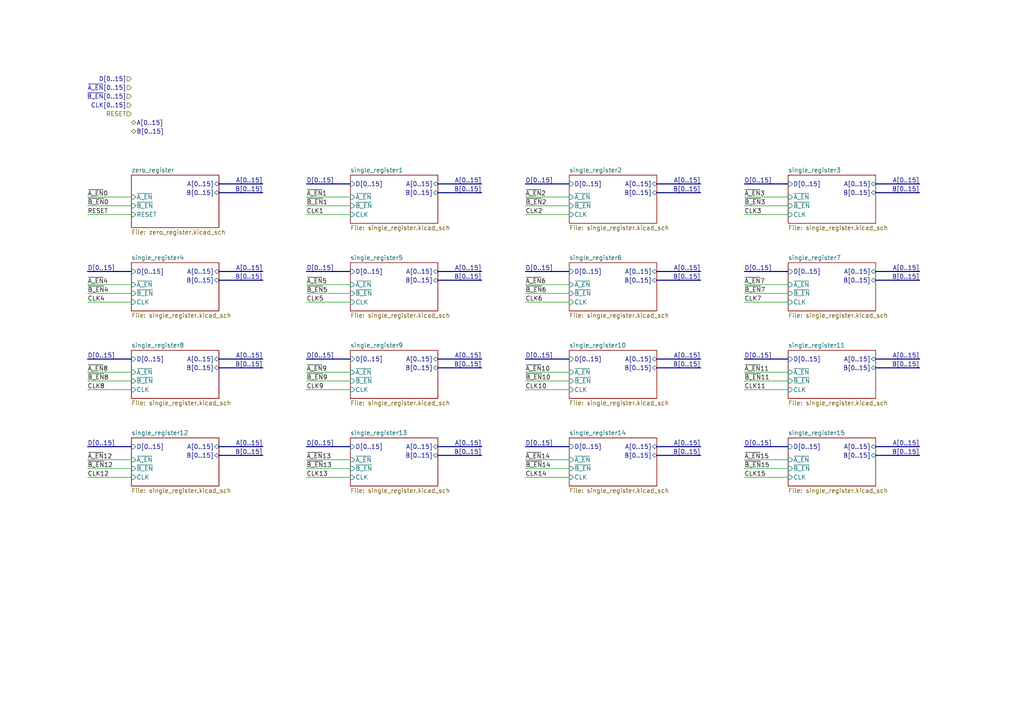
<source format=kicad_sch>
(kicad_sch
	(version 20250114)
	(generator "eeschema")
	(generator_version "9.0")
	(uuid "e0cc7255-cf06-4d35-b4c5-65c8bcbed69c")
	(paper "A4")
	(title_block
		(title "PickleRISC register board")
		(rev "1.0")
	)
	(lib_symbols)
	(wire
		(pts
			(xy 152.4 110.49) (xy 165.1 110.49)
		)
		(stroke
			(width 0)
			(type default)
		)
		(uuid "00460ee2-dc1f-48ae-a357-4c70075ebbeb")
	)
	(wire
		(pts
			(xy 88.9 133.35) (xy 101.6 133.35)
		)
		(stroke
			(width 0)
			(type default)
		)
		(uuid "03252645-1233-4802-b838-da7991da92b2")
	)
	(wire
		(pts
			(xy 25.4 62.23) (xy 38.1 62.23)
		)
		(stroke
			(width 0)
			(type default)
		)
		(uuid "0a0bcf81-936c-4c7e-967d-a5b4e93df72a")
	)
	(bus
		(pts
			(xy 127 81.28) (xy 139.7 81.28)
		)
		(stroke
			(width 0)
			(type default)
		)
		(uuid "0cfe60f7-3e61-4599-b1e7-96c59ffa97ce")
	)
	(bus
		(pts
			(xy 152.4 53.34) (xy 165.1 53.34)
		)
		(stroke
			(width 0)
			(type default)
		)
		(uuid "10bde9e3-99ad-4053-ab70-3dcaedaa2542")
	)
	(bus
		(pts
			(xy 190.5 132.08) (xy 203.2 132.08)
		)
		(stroke
			(width 0)
			(type default)
		)
		(uuid "158a75fe-55e1-464f-9430-a4d8dbf532fe")
	)
	(bus
		(pts
			(xy 254 53.34) (xy 266.7 53.34)
		)
		(stroke
			(width 0)
			(type default)
		)
		(uuid "15dbaf20-241d-4ede-8069-df49fe15d83f")
	)
	(bus
		(pts
			(xy 190.5 55.88) (xy 203.2 55.88)
		)
		(stroke
			(width 0)
			(type default)
		)
		(uuid "16c61419-c49e-4aa0-8a2c-66bf7202da4d")
	)
	(wire
		(pts
			(xy 88.9 62.23) (xy 101.6 62.23)
		)
		(stroke
			(width 0)
			(type default)
		)
		(uuid "16d03ffa-75fb-4252-bbff-4d7e7803f6e5")
	)
	(bus
		(pts
			(xy 63.5 104.14) (xy 76.2 104.14)
		)
		(stroke
			(width 0)
			(type default)
		)
		(uuid "18492c8c-978b-4c0f-ac00-effbfd85c337")
	)
	(wire
		(pts
			(xy 152.4 62.23) (xy 165.1 62.23)
		)
		(stroke
			(width 0)
			(type default)
		)
		(uuid "1d566e2b-f91b-4d81-a01a-6af551909e1d")
	)
	(wire
		(pts
			(xy 152.4 59.69) (xy 165.1 59.69)
		)
		(stroke
			(width 0)
			(type default)
		)
		(uuid "1d69d923-94e1-4fa7-bb75-f54cb28f75d7")
	)
	(wire
		(pts
			(xy 25.4 87.63) (xy 38.1 87.63)
		)
		(stroke
			(width 0)
			(type default)
		)
		(uuid "23310b69-9386-48e9-a7f9-0e75de571031")
	)
	(wire
		(pts
			(xy 152.4 113.03) (xy 165.1 113.03)
		)
		(stroke
			(width 0)
			(type default)
		)
		(uuid "23d7003b-4e2e-426e-9b92-38012e286264")
	)
	(wire
		(pts
			(xy 25.4 85.09) (xy 38.1 85.09)
		)
		(stroke
			(width 0)
			(type default)
		)
		(uuid "28216af7-676a-49b0-b3e1-ea17a5a0555f")
	)
	(wire
		(pts
			(xy 152.4 138.43) (xy 165.1 138.43)
		)
		(stroke
			(width 0)
			(type default)
		)
		(uuid "2be3d2cd-1ed0-40fd-868d-8e93516681a4")
	)
	(bus
		(pts
			(xy 190.5 53.34) (xy 203.2 53.34)
		)
		(stroke
			(width 0)
			(type default)
		)
		(uuid "2d5b06d3-957a-449b-afa7-c8e711fc9b55")
	)
	(bus
		(pts
			(xy 190.5 129.54) (xy 203.2 129.54)
		)
		(stroke
			(width 0)
			(type default)
		)
		(uuid "2d947b4a-b0dc-4ef0-bc31-de3bcf50cfe7")
	)
	(wire
		(pts
			(xy 152.4 87.63) (xy 165.1 87.63)
		)
		(stroke
			(width 0)
			(type default)
		)
		(uuid "3961e1c1-be36-4d5c-86a3-f360647e2459")
	)
	(bus
		(pts
			(xy 254 81.28) (xy 266.7 81.28)
		)
		(stroke
			(width 0)
			(type default)
		)
		(uuid "3a8ed40b-2b48-43d9-8feb-6b0ca7d19ef0")
	)
	(wire
		(pts
			(xy 88.9 135.89) (xy 101.6 135.89)
		)
		(stroke
			(width 0)
			(type default)
		)
		(uuid "3dc2a533-2a51-49df-af09-dda1bc97b93f")
	)
	(bus
		(pts
			(xy 88.9 104.14) (xy 101.6 104.14)
		)
		(stroke
			(width 0)
			(type default)
		)
		(uuid "3ff3a34e-d0f2-4442-a652-7c7c90878cba")
	)
	(bus
		(pts
			(xy 88.9 53.34) (xy 101.6 53.34)
		)
		(stroke
			(width 0)
			(type default)
		)
		(uuid "40f05e8f-c296-4bad-9370-1d48ea387c09")
	)
	(wire
		(pts
			(xy 215.9 113.03) (xy 228.6 113.03)
		)
		(stroke
			(width 0)
			(type default)
		)
		(uuid "4214918b-6088-46cf-af74-fb58cf481527")
	)
	(wire
		(pts
			(xy 215.9 62.23) (xy 228.6 62.23)
		)
		(stroke
			(width 0)
			(type default)
		)
		(uuid "4353c0f8-222a-4e70-b568-2b1e2169c316")
	)
	(wire
		(pts
			(xy 215.9 82.55) (xy 228.6 82.55)
		)
		(stroke
			(width 0)
			(type default)
		)
		(uuid "44a81ac2-ae42-4b0b-9c58-97b3c051a69b")
	)
	(bus
		(pts
			(xy 63.5 106.68) (xy 76.2 106.68)
		)
		(stroke
			(width 0)
			(type default)
		)
		(uuid "4645bcc1-0f89-4cd2-8b73-d54c7d727e3e")
	)
	(bus
		(pts
			(xy 127 132.08) (xy 139.7 132.08)
		)
		(stroke
			(width 0)
			(type default)
		)
		(uuid "46a081ec-1d0c-43d9-a601-119bb93539a2")
	)
	(bus
		(pts
			(xy 63.5 132.08) (xy 76.2 132.08)
		)
		(stroke
			(width 0)
			(type default)
		)
		(uuid "47ebcaa8-8cc9-487c-8960-bd986f1998f1")
	)
	(wire
		(pts
			(xy 25.4 133.35) (xy 38.1 133.35)
		)
		(stroke
			(width 0)
			(type default)
		)
		(uuid "4e67fe81-b5d5-49d1-811a-8a03bb59192d")
	)
	(bus
		(pts
			(xy 127 53.34) (xy 139.7 53.34)
		)
		(stroke
			(width 0)
			(type default)
		)
		(uuid "4f36b8f9-9143-43ee-bf33-dcf57db85102")
	)
	(bus
		(pts
			(xy 254 132.08) (xy 266.7 132.08)
		)
		(stroke
			(width 0)
			(type default)
		)
		(uuid "4f856bf1-d505-469e-abbb-98312cb90e7a")
	)
	(wire
		(pts
			(xy 25.4 113.03) (xy 38.1 113.03)
		)
		(stroke
			(width 0)
			(type default)
		)
		(uuid "50beabe0-0ff6-42b4-a47e-0681b23c5d76")
	)
	(wire
		(pts
			(xy 215.9 133.35) (xy 228.6 133.35)
		)
		(stroke
			(width 0)
			(type default)
		)
		(uuid "5140f87b-84af-452d-ad8f-350b64556d03")
	)
	(wire
		(pts
			(xy 88.9 113.03) (xy 101.6 113.03)
		)
		(stroke
			(width 0)
			(type default)
		)
		(uuid "548f02d0-7938-47ca-b995-2fea4fe82942")
	)
	(wire
		(pts
			(xy 88.9 138.43) (xy 101.6 138.43)
		)
		(stroke
			(width 0)
			(type default)
		)
		(uuid "5531f2c7-a365-4de1-9224-48f6b6059133")
	)
	(wire
		(pts
			(xy 152.4 135.89) (xy 165.1 135.89)
		)
		(stroke
			(width 0)
			(type default)
		)
		(uuid "575da195-eb20-4005-bd4c-23d1369d580e")
	)
	(wire
		(pts
			(xy 25.4 135.89) (xy 38.1 135.89)
		)
		(stroke
			(width 0)
			(type default)
		)
		(uuid "5b9bed82-420f-4a52-a408-eb2d127f31f3")
	)
	(bus
		(pts
			(xy 63.5 78.74) (xy 76.2 78.74)
		)
		(stroke
			(width 0)
			(type default)
		)
		(uuid "5c4d1982-f3a7-4e08-b16d-0ad21cf4b3e5")
	)
	(wire
		(pts
			(xy 88.9 85.09) (xy 101.6 85.09)
		)
		(stroke
			(width 0)
			(type default)
		)
		(uuid "5c4e36aa-6472-4138-ab5e-867675828e54")
	)
	(wire
		(pts
			(xy 88.9 57.15) (xy 101.6 57.15)
		)
		(stroke
			(width 0)
			(type default)
		)
		(uuid "6ac9414d-8b57-4f9c-aba4-c46a742e9771")
	)
	(wire
		(pts
			(xy 152.4 85.09) (xy 165.1 85.09)
		)
		(stroke
			(width 0)
			(type default)
		)
		(uuid "6b0b0e67-70d0-4d64-aac8-49361b76c6dd")
	)
	(wire
		(pts
			(xy 215.9 135.89) (xy 228.6 135.89)
		)
		(stroke
			(width 0)
			(type default)
		)
		(uuid "6cd8c500-cf91-4c56-a287-69dbf434dd99")
	)
	(bus
		(pts
			(xy 127 129.54) (xy 139.7 129.54)
		)
		(stroke
			(width 0)
			(type default)
		)
		(uuid "6ec73407-8547-462b-851d-fa780c5e1cc3")
	)
	(wire
		(pts
			(xy 25.4 110.49) (xy 38.1 110.49)
		)
		(stroke
			(width 0)
			(type default)
		)
		(uuid "716ea7d7-ee97-4970-896a-70a58f0ff9f2")
	)
	(wire
		(pts
			(xy 88.9 87.63) (xy 101.6 87.63)
		)
		(stroke
			(width 0)
			(type default)
		)
		(uuid "736b1cb3-babd-478d-8409-3e2eebe111a3")
	)
	(bus
		(pts
			(xy 215.9 53.34) (xy 228.6 53.34)
		)
		(stroke
			(width 0)
			(type default)
		)
		(uuid "785e9287-1288-4ad9-9cbb-2e92fe3b1157")
	)
	(bus
		(pts
			(xy 127 55.88) (xy 139.7 55.88)
		)
		(stroke
			(width 0)
			(type default)
		)
		(uuid "7ae0be6a-f997-4778-8097-ab61cf8b98ba")
	)
	(wire
		(pts
			(xy 215.9 57.15) (xy 228.6 57.15)
		)
		(stroke
			(width 0)
			(type default)
		)
		(uuid "7b5fbad0-2e09-408a-8a8e-51d5331284b5")
	)
	(bus
		(pts
			(xy 152.4 78.74) (xy 165.1 78.74)
		)
		(stroke
			(width 0)
			(type default)
		)
		(uuid "7c661c10-3c06-4ac3-acdd-bd6b2df1dfc7")
	)
	(bus
		(pts
			(xy 215.9 129.54) (xy 228.6 129.54)
		)
		(stroke
			(width 0)
			(type default)
		)
		(uuid "83db6e55-f7b9-4589-bc75-ddfbad149baa")
	)
	(wire
		(pts
			(xy 88.9 82.55) (xy 101.6 82.55)
		)
		(stroke
			(width 0)
			(type default)
		)
		(uuid "8b4a99a2-fdf1-492e-a136-50e9e91464f7")
	)
	(bus
		(pts
			(xy 63.5 129.54) (xy 76.2 129.54)
		)
		(stroke
			(width 0)
			(type default)
		)
		(uuid "8be9c9d5-feef-45ed-9908-d58cc3b38801")
	)
	(wire
		(pts
			(xy 215.9 110.49) (xy 228.6 110.49)
		)
		(stroke
			(width 0)
			(type default)
		)
		(uuid "9a4e1eaa-6905-43ef-8103-20b984df6929")
	)
	(wire
		(pts
			(xy 152.4 57.15) (xy 165.1 57.15)
		)
		(stroke
			(width 0)
			(type default)
		)
		(uuid "9ac49696-5a64-4fc2-a50f-312b54580c10")
	)
	(bus
		(pts
			(xy 254 78.74) (xy 266.7 78.74)
		)
		(stroke
			(width 0)
			(type default)
		)
		(uuid "9b8b212f-3f78-4a49-94e4-f76e7dce5c56")
	)
	(wire
		(pts
			(xy 152.4 82.55) (xy 165.1 82.55)
		)
		(stroke
			(width 0)
			(type default)
		)
		(uuid "9ec1afe1-a214-47a5-90c3-6a5993c1e264")
	)
	(bus
		(pts
			(xy 190.5 104.14) (xy 203.2 104.14)
		)
		(stroke
			(width 0)
			(type default)
		)
		(uuid "a49f6bdc-c2d3-4e9c-bb31-6c062861be96")
	)
	(bus
		(pts
			(xy 254 55.88) (xy 266.7 55.88)
		)
		(stroke
			(width 0)
			(type default)
		)
		(uuid "a4a0f63e-3102-4322-8d78-30b613952dfb")
	)
	(wire
		(pts
			(xy 215.9 59.69) (xy 228.6 59.69)
		)
		(stroke
			(width 0)
			(type default)
		)
		(uuid "a54d8f44-7512-493a-9c70-2f4b97fa4b35")
	)
	(wire
		(pts
			(xy 88.9 107.95) (xy 101.6 107.95)
		)
		(stroke
			(width 0)
			(type default)
		)
		(uuid "a674bb71-ebe6-4940-aa40-494e3f4e5c4c")
	)
	(wire
		(pts
			(xy 215.9 107.95) (xy 228.6 107.95)
		)
		(stroke
			(width 0)
			(type default)
		)
		(uuid "a77ac386-0ad8-4440-b272-f7b7ab808398")
	)
	(bus
		(pts
			(xy 63.5 81.28) (xy 76.2 81.28)
		)
		(stroke
			(width 0)
			(type default)
		)
		(uuid "aba7fa60-a563-4b56-8399-ca4ef641d52e")
	)
	(bus
		(pts
			(xy 152.4 104.14) (xy 165.1 104.14)
		)
		(stroke
			(width 0)
			(type default)
		)
		(uuid "abdd0609-8979-4094-9211-1640eeb9162d")
	)
	(wire
		(pts
			(xy 25.4 138.43) (xy 38.1 138.43)
		)
		(stroke
			(width 0)
			(type default)
		)
		(uuid "ad3e5434-77db-4f06-a9f6-9e79bcc2cc39")
	)
	(wire
		(pts
			(xy 215.9 87.63) (xy 228.6 87.63)
		)
		(stroke
			(width 0)
			(type default)
		)
		(uuid "af3bf27a-9e97-4743-892a-c6f9cab9cfb5")
	)
	(bus
		(pts
			(xy 215.9 78.74) (xy 228.6 78.74)
		)
		(stroke
			(width 0)
			(type default)
		)
		(uuid "b1241038-e724-414f-ad75-977226b67a49")
	)
	(wire
		(pts
			(xy 215.9 85.09) (xy 228.6 85.09)
		)
		(stroke
			(width 0)
			(type default)
		)
		(uuid "b4f6a658-761b-4b93-ba92-9cb7bd208eb3")
	)
	(bus
		(pts
			(xy 254 106.68) (xy 266.7 106.68)
		)
		(stroke
			(width 0)
			(type default)
		)
		(uuid "b61155b2-c9d4-4d1b-bd00-730de9477b40")
	)
	(wire
		(pts
			(xy 215.9 138.43) (xy 228.6 138.43)
		)
		(stroke
			(width 0)
			(type default)
		)
		(uuid "b9834afa-7193-448a-88f4-500e5b10a339")
	)
	(bus
		(pts
			(xy 88.9 129.54) (xy 101.6 129.54)
		)
		(stroke
			(width 0)
			(type default)
		)
		(uuid "bc0b9f8e-6412-4d63-8b5d-abcb537ef74e")
	)
	(bus
		(pts
			(xy 127 106.68) (xy 139.7 106.68)
		)
		(stroke
			(width 0)
			(type default)
		)
		(uuid "bd254219-2da5-45ce-b84c-3c0f292de57e")
	)
	(wire
		(pts
			(xy 152.4 133.35) (xy 165.1 133.35)
		)
		(stroke
			(width 0)
			(type default)
		)
		(uuid "bd34f3bc-0a77-4fa2-aa0b-5163e2a7d928")
	)
	(wire
		(pts
			(xy 25.4 59.69) (xy 38.1 59.69)
		)
		(stroke
			(width 0)
			(type default)
		)
		(uuid "bef8138e-5fde-4f4b-88d8-e97352fc3685")
	)
	(wire
		(pts
			(xy 25.4 107.95) (xy 38.1 107.95)
		)
		(stroke
			(width 0)
			(type default)
		)
		(uuid "c4ff63e5-af85-4d78-a626-16da5d956ccb")
	)
	(bus
		(pts
			(xy 152.4 129.54) (xy 165.1 129.54)
		)
		(stroke
			(width 0)
			(type default)
		)
		(uuid "cb9b8f99-8b03-44c0-8ce2-3be2b929d186")
	)
	(bus
		(pts
			(xy 127 104.14) (xy 139.7 104.14)
		)
		(stroke
			(width 0)
			(type default)
		)
		(uuid "cc045193-31e3-48a8-8bec-b6720d8a858c")
	)
	(wire
		(pts
			(xy 25.4 57.15) (xy 38.1 57.15)
		)
		(stroke
			(width 0)
			(type default)
		)
		(uuid "d25ed623-964c-4d22-ac1a-620284d078fa")
	)
	(wire
		(pts
			(xy 152.4 107.95) (xy 165.1 107.95)
		)
		(stroke
			(width 0)
			(type default)
		)
		(uuid "d405467e-a415-4691-8486-56b129351d4f")
	)
	(bus
		(pts
			(xy 127 78.74) (xy 139.7 78.74)
		)
		(stroke
			(width 0)
			(type default)
		)
		(uuid "dd093c75-ad5d-4ac1-a01d-f143737335cc")
	)
	(bus
		(pts
			(xy 254 104.14) (xy 266.7 104.14)
		)
		(stroke
			(width 0)
			(type default)
		)
		(uuid "e1ded945-5cd4-42ba-b7c3-12e1fd338b44")
	)
	(bus
		(pts
			(xy 190.5 106.68) (xy 203.2 106.68)
		)
		(stroke
			(width 0)
			(type default)
		)
		(uuid "e319d21c-479f-4717-b438-37b6cacbd8ee")
	)
	(bus
		(pts
			(xy 25.4 129.54) (xy 38.1 129.54)
		)
		(stroke
			(width 0)
			(type default)
		)
		(uuid "e4047fe2-af74-4435-96f2-7e48bc7e15d1")
	)
	(bus
		(pts
			(xy 63.5 53.34) (xy 76.2 53.34)
		)
		(stroke
			(width 0)
			(type default)
		)
		(uuid "e61aab3b-7d74-42dc-88d1-ff1c8f3c1df3")
	)
	(bus
		(pts
			(xy 63.5 55.88) (xy 76.2 55.88)
		)
		(stroke
			(width 0)
			(type default)
		)
		(uuid "e6af8c24-1a02-4452-ba13-47ef4deb037d")
	)
	(wire
		(pts
			(xy 88.9 59.69) (xy 101.6 59.69)
		)
		(stroke
			(width 0)
			(type default)
		)
		(uuid "ed72d768-6440-43c4-b16f-106b234b1ea7")
	)
	(bus
		(pts
			(xy 190.5 78.74) (xy 203.2 78.74)
		)
		(stroke
			(width 0)
			(type default)
		)
		(uuid "ef56c0a1-9f09-49a8-b069-b67d4da2b2bc")
	)
	(bus
		(pts
			(xy 25.4 104.14) (xy 38.1 104.14)
		)
		(stroke
			(width 0)
			(type default)
		)
		(uuid "ef85f24d-56bb-4963-8ae1-aff5edc254e5")
	)
	(bus
		(pts
			(xy 88.9 78.74) (xy 101.6 78.74)
		)
		(stroke
			(width 0)
			(type default)
		)
		(uuid "eff54e7a-260a-4b05-bb49-149600bf5430")
	)
	(bus
		(pts
			(xy 215.9 104.14) (xy 228.6 104.14)
		)
		(stroke
			(width 0)
			(type default)
		)
		(uuid "f1187e33-a1e0-4bd4-92e7-721c2ee0a573")
	)
	(bus
		(pts
			(xy 190.5 81.28) (xy 203.2 81.28)
		)
		(stroke
			(width 0)
			(type default)
		)
		(uuid "f16a42d6-6b4a-4626-a2b7-88504e7e5988")
	)
	(wire
		(pts
			(xy 88.9 110.49) (xy 101.6 110.49)
		)
		(stroke
			(width 0)
			(type default)
		)
		(uuid "f49250bd-45d8-4a99-b088-270f7c97fc9a")
	)
	(bus
		(pts
			(xy 254 129.54) (xy 266.7 129.54)
		)
		(stroke
			(width 0)
			(type default)
		)
		(uuid "f96e969d-ddbe-4d28-9a66-b7aef62a059d")
	)
	(wire
		(pts
			(xy 25.4 82.55) (xy 38.1 82.55)
		)
		(stroke
			(width 0)
			(type default)
		)
		(uuid "fa545b24-d212-4ada-9b3e-ac9a9708a791")
	)
	(bus
		(pts
			(xy 25.4 78.74) (xy 38.1 78.74)
		)
		(stroke
			(width 0)
			(type default)
		)
		(uuid "faff1303-adab-49c6-859a-42e20b1357e7")
	)
	(label "D[0..15]"
		(at 152.4 78.74 0)
		(effects
			(font
				(size 1.27 1.27)
			)
			(justify left bottom)
		)
		(uuid "0392f596-9257-4d26-a1c8-bef6299670ba")
	)
	(label "CLK8"
		(at 25.4 113.03 0)
		(effects
			(font
				(size 1.27 1.27)
			)
			(justify left bottom)
		)
		(uuid "0466f214-fc79-455d-9f09-fde9f913b1e1")
	)
	(label "CLK5"
		(at 88.9 87.63 0)
		(effects
			(font
				(size 1.27 1.27)
			)
			(justify left bottom)
		)
		(uuid "058f8826-61aa-4dc7-b779-4e2c3e3eec18")
	)
	(label "~{B_EN}5"
		(at 88.9 85.09 0)
		(effects
			(font
				(size 1.27 1.27)
			)
			(justify left bottom)
		)
		(uuid "07f8dbb9-c343-4dd0-a0e6-871748352d39")
	)
	(label "~{A_EN}5"
		(at 88.9 82.55 0)
		(effects
			(font
				(size 1.27 1.27)
			)
			(justify left bottom)
		)
		(uuid "088161ae-90e8-4d4d-9170-7cf9fe01f112")
	)
	(label "A[0..15]"
		(at 139.7 129.54 180)
		(effects
			(font
				(size 1.27 1.27)
			)
			(justify right bottom)
		)
		(uuid "131153f1-ff19-4403-b2eb-6b225818bcd6")
	)
	(label "B[0..15]"
		(at 76.2 132.08 180)
		(effects
			(font
				(size 1.27 1.27)
			)
			(justify right bottom)
		)
		(uuid "1c7ea904-086f-444b-b519-8e6b1b1a8b1e")
	)
	(label "CLK11"
		(at 215.9 113.03 0)
		(effects
			(font
				(size 1.27 1.27)
			)
			(justify left bottom)
		)
		(uuid "1e76e82a-27d9-4427-9dcc-d2b0ae6405ca")
	)
	(label "A[0..15]"
		(at 203.2 53.34 180)
		(effects
			(font
				(size 1.27 1.27)
			)
			(justify right bottom)
		)
		(uuid "1f24f3be-8c0c-428b-8a02-9469ecddc08d")
	)
	(label "~{A_EN}1"
		(at 88.9 57.15 0)
		(effects
			(font
				(size 1.27 1.27)
			)
			(justify left bottom)
		)
		(uuid "209727e5-59ab-4486-9eb4-4714d28fe913")
	)
	(label "~{B_EN}0"
		(at 25.4 59.69 0)
		(effects
			(font
				(size 1.27 1.27)
			)
			(justify left bottom)
		)
		(uuid "219a4b59-9119-4b4c-a5cf-5f74e8147e45")
	)
	(label "~{B_EN}10"
		(at 152.4 110.49 0)
		(effects
			(font
				(size 1.27 1.27)
			)
			(justify left bottom)
		)
		(uuid "2375eac8-b609-490d-bcc4-99d345ad1acd")
	)
	(label "CLK15"
		(at 215.9 138.43 0)
		(effects
			(font
				(size 1.27 1.27)
			)
			(justify left bottom)
		)
		(uuid "24decbf6-b9e9-4010-a113-75aa7fb46767")
	)
	(label "B[0..15]"
		(at 203.2 55.88 180)
		(effects
			(font
				(size 1.27 1.27)
			)
			(justify right bottom)
		)
		(uuid "26d6c1b5-1f87-4064-81c6-436303b3994f")
	)
	(label "D[0..15]"
		(at 215.9 53.34 0)
		(effects
			(font
				(size 1.27 1.27)
			)
			(justify left bottom)
		)
		(uuid "2cef6926-012f-4218-a2af-8fb7ad5f9d95")
	)
	(label "~{B_EN}9"
		(at 88.9 110.49 0)
		(effects
			(font
				(size 1.27 1.27)
			)
			(justify left bottom)
		)
		(uuid "3097a3df-f2cd-4611-9ffb-96b97a5e2441")
	)
	(label "B[0..15]"
		(at 266.7 55.88 180)
		(effects
			(font
				(size 1.27 1.27)
			)
			(justify right bottom)
		)
		(uuid "33b4497a-f395-4399-b997-d349fa609c80")
	)
	(label "A[0..15]"
		(at 76.2 104.14 180)
		(effects
			(font
				(size 1.27 1.27)
			)
			(justify right bottom)
		)
		(uuid "3418f802-44fb-4526-a8d5-2fcf5e5d9eef")
	)
	(label "~{B_EN}4"
		(at 25.4 85.09 0)
		(effects
			(font
				(size 1.27 1.27)
			)
			(justify left bottom)
		)
		(uuid "34c17e7f-2b81-483d-9ab9-4a27c0b31b1b")
	)
	(label "~{A_EN}12"
		(at 25.4 133.35 0)
		(effects
			(font
				(size 1.27 1.27)
			)
			(justify left bottom)
		)
		(uuid "351e8bb8-9932-4fec-a3b8-556b652e4a4d")
	)
	(label "~{B_EN}13"
		(at 88.9 135.89 0)
		(effects
			(font
				(size 1.27 1.27)
			)
			(justify left bottom)
		)
		(uuid "3b8fbf86-8b41-4ff1-9139-e0ca3ab7e47f")
	)
	(label "~{B_EN}2"
		(at 152.4 59.69 0)
		(effects
			(font
				(size 1.27 1.27)
			)
			(justify left bottom)
		)
		(uuid "3c08ce01-2fd2-493b-bbc5-ccfa829d6983")
	)
	(label "A[0..15]"
		(at 266.7 104.14 180)
		(effects
			(font
				(size 1.27 1.27)
			)
			(justify right bottom)
		)
		(uuid "3cc0cc9f-b084-448b-a011-6e61ee2b60f8")
	)
	(label "A[0..15]"
		(at 203.2 78.74 180)
		(effects
			(font
				(size 1.27 1.27)
			)
			(justify right bottom)
		)
		(uuid "44cec19b-4d36-4a05-9d8d-a8c495599d6d")
	)
	(label "D[0..15]"
		(at 88.9 129.54 0)
		(effects
			(font
				(size 1.27 1.27)
			)
			(justify left bottom)
		)
		(uuid "451edcd8-116c-42cf-bbbc-d29417b6c589")
	)
	(label "~{A_EN}4"
		(at 25.4 82.55 0)
		(effects
			(font
				(size 1.27 1.27)
			)
			(justify left bottom)
		)
		(uuid "467c6fa5-58c0-4b52-91d1-3bf940216f83")
	)
	(label "RESET"
		(at 25.4 62.23 0)
		(effects
			(font
				(size 1.27 1.27)
			)
			(justify left bottom)
		)
		(uuid "46be977f-2283-42a5-970e-6dfecd9ad8af")
	)
	(label "~{B_EN}15"
		(at 215.9 135.89 0)
		(effects
			(font
				(size 1.27 1.27)
			)
			(justify left bottom)
		)
		(uuid "4756cf61-549d-43ca-9b86-e68e4341e4c2")
	)
	(label "CLK7"
		(at 215.9 87.63 0)
		(effects
			(font
				(size 1.27 1.27)
			)
			(justify left bottom)
		)
		(uuid "475bc925-bd52-47e4-bdb7-fa9b71ff33c6")
	)
	(label "B[0..15]"
		(at 76.2 81.28 180)
		(effects
			(font
				(size 1.27 1.27)
			)
			(justify right bottom)
		)
		(uuid "4ac97ebc-cad6-43d6-852c-94945d98bdc0")
	)
	(label "~{A_EN}6"
		(at 152.4 82.55 0)
		(effects
			(font
				(size 1.27 1.27)
			)
			(justify left bottom)
		)
		(uuid "4af32a0d-05cc-4fe0-be5e-a494a94cde3b")
	)
	(label "D[0..15]"
		(at 88.9 53.34 0)
		(effects
			(font
				(size 1.27 1.27)
			)
			(justify left bottom)
		)
		(uuid "524d8243-0795-4278-a30b-8ac78b1550f4")
	)
	(label "CLK3"
		(at 215.9 62.23 0)
		(effects
			(font
				(size 1.27 1.27)
			)
			(justify left bottom)
		)
		(uuid "52e18d9a-b73e-4691-91c2-785523d05adc")
	)
	(label "D[0..15]"
		(at 215.9 78.74 0)
		(effects
			(font
				(size 1.27 1.27)
			)
			(justify left bottom)
		)
		(uuid "58861bbc-2cca-4325-9c92-5ec0ce36c14e")
	)
	(label "A[0..15]"
		(at 139.7 53.34 180)
		(effects
			(font
				(size 1.27 1.27)
			)
			(justify right bottom)
		)
		(uuid "58a04549-b61b-48f5-b869-9c72ceeaec13")
	)
	(label "B[0..15]"
		(at 76.2 106.68 180)
		(effects
			(font
				(size 1.27 1.27)
			)
			(justify right bottom)
		)
		(uuid "59f9a9cd-c884-4b60-8d32-08ed384a77b1")
	)
	(label "A[0..15]"
		(at 203.2 129.54 180)
		(effects
			(font
				(size 1.27 1.27)
			)
			(justify right bottom)
		)
		(uuid "5cff27db-c5a9-4692-ab76-6aa816ae19f0")
	)
	(label "D[0..15]"
		(at 215.9 104.14 0)
		(effects
			(font
				(size 1.27 1.27)
			)
			(justify left bottom)
		)
		(uuid "5fd0c470-9aef-48e8-a3f1-1408ead19f2f")
	)
	(label "A[0..15]"
		(at 266.7 78.74 180)
		(effects
			(font
				(size 1.27 1.27)
			)
			(justify right bottom)
		)
		(uuid "6274cde0-9d72-4bde-b510-b89a9f578a88")
	)
	(label "B[0..15]"
		(at 139.7 55.88 180)
		(effects
			(font
				(size 1.27 1.27)
			)
			(justify right bottom)
		)
		(uuid "630cf7b6-8f8a-47ce-bb9c-7e5942179efa")
	)
	(label "D[0..15]"
		(at 152.4 53.34 0)
		(effects
			(font
				(size 1.27 1.27)
			)
			(justify left bottom)
		)
		(uuid "6b4e0615-94c7-45b1-afbb-139359ebc436")
	)
	(label "B[0..15]"
		(at 266.7 81.28 180)
		(effects
			(font
				(size 1.27 1.27)
			)
			(justify right bottom)
		)
		(uuid "6c28138b-0a2d-46b2-b5fb-a71e2c598a90")
	)
	(label "A[0..15]"
		(at 139.7 104.14 180)
		(effects
			(font
				(size 1.27 1.27)
			)
			(justify right bottom)
		)
		(uuid "6e620e69-30be-4860-91a7-9fb99f22d184")
	)
	(label "~{B_EN}1"
		(at 88.9 59.69 0)
		(effects
			(font
				(size 1.27 1.27)
			)
			(justify left bottom)
		)
		(uuid "70306d9b-0c6f-4de2-b283-427a9d8ab82c")
	)
	(label "~{B_EN}6"
		(at 152.4 85.09 0)
		(effects
			(font
				(size 1.27 1.27)
			)
			(justify left bottom)
		)
		(uuid "751a7397-b484-4717-8153-815361997b52")
	)
	(label "CLK1"
		(at 88.9 62.23 0)
		(effects
			(font
				(size 1.27 1.27)
			)
			(justify left bottom)
		)
		(uuid "798c489b-24ae-4c29-bdf3-8f04bbae63ea")
	)
	(label "CLK4"
		(at 25.4 87.63 0)
		(effects
			(font
				(size 1.27 1.27)
			)
			(justify left bottom)
		)
		(uuid "7b388bcf-8168-4b86-af4f-a39d9bcb0c36")
	)
	(label "CLK13"
		(at 88.9 138.43 0)
		(effects
			(font
				(size 1.27 1.27)
			)
			(justify left bottom)
		)
		(uuid "80eeb98c-f768-45cb-b356-ebaa9022447c")
	)
	(label "B[0..15]"
		(at 76.2 55.88 180)
		(effects
			(font
				(size 1.27 1.27)
			)
			(justify right bottom)
		)
		(uuid "83a9c6b0-5a00-4aff-83c0-aafbd445453e")
	)
	(label "~{A_EN}0"
		(at 25.4 57.15 0)
		(effects
			(font
				(size 1.27 1.27)
			)
			(justify left bottom)
		)
		(uuid "841f0fbb-dc44-4f0c-86f5-403580e1d3ed")
	)
	(label "~{A_EN}13"
		(at 88.9 133.35 0)
		(effects
			(font
				(size 1.27 1.27)
			)
			(justify left bottom)
		)
		(uuid "85c4ad84-47f5-4f80-8350-b3af56f5bfba")
	)
	(label "CLK12"
		(at 25.4 138.43 0)
		(effects
			(font
				(size 1.27 1.27)
			)
			(justify left bottom)
		)
		(uuid "86bf70f9-2ac6-40b1-8fbc-1ef81002c8cb")
	)
	(label "D[0..15]"
		(at 25.4 104.14 0)
		(effects
			(font
				(size 1.27 1.27)
			)
			(justify left bottom)
		)
		(uuid "8bbba135-2a3c-4890-981b-ebbff08ef78d")
	)
	(label "B[0..15]"
		(at 139.7 81.28 180)
		(effects
			(font
				(size 1.27 1.27)
			)
			(justify right bottom)
		)
		(uuid "95377cb0-6667-4c36-9d65-7747be598483")
	)
	(label "CLK14"
		(at 152.4 138.43 0)
		(effects
			(font
				(size 1.27 1.27)
			)
			(justify left bottom)
		)
		(uuid "95ffec9e-38bb-471f-9c2f-d995fce944df")
	)
	(label "~{B_EN}11"
		(at 215.9 110.49 0)
		(effects
			(font
				(size 1.27 1.27)
			)
			(justify left bottom)
		)
		(uuid "9d8b632e-3420-4fc9-9426-5514c51e393c")
	)
	(label "A[0..15]"
		(at 266.7 129.54 180)
		(effects
			(font
				(size 1.27 1.27)
			)
			(justify right bottom)
		)
		(uuid "9db0b2b4-c650-4254-b190-9c2aa1811cfe")
	)
	(label "~{A_EN}15"
		(at 215.9 133.35 0)
		(effects
			(font
				(size 1.27 1.27)
			)
			(justify left bottom)
		)
		(uuid "9e3a4917-8de9-43e0-a6eb-6d85263258aa")
	)
	(label "D[0..15]"
		(at 88.9 104.14 0)
		(effects
			(font
				(size 1.27 1.27)
			)
			(justify left bottom)
		)
		(uuid "a054c9a0-64bd-4394-90f8-80c8e9efb543")
	)
	(label "D[0..15]"
		(at 25.4 78.74 0)
		(effects
			(font
				(size 1.27 1.27)
			)
			(justify left bottom)
		)
		(uuid "a1ea3102-361b-47c2-942b-fb89da7324fa")
	)
	(label "B[0..15]"
		(at 266.7 106.68 180)
		(effects
			(font
				(size 1.27 1.27)
			)
			(justify right bottom)
		)
		(uuid "a3b7e99e-a72f-4b12-853c-bfd320545e32")
	)
	(label "A[0..15]"
		(at 76.2 129.54 180)
		(effects
			(font
				(size 1.27 1.27)
			)
			(justify right bottom)
		)
		(uuid "a400995b-4871-4378-b80b-fb5bf4f29100")
	)
	(label "A[0..15]"
		(at 76.2 53.34 180)
		(effects
			(font
				(size 1.27 1.27)
			)
			(justify right bottom)
		)
		(uuid "aa0a890e-5c96-40ac-9cdf-48fba690eb8a")
	)
	(label "~{A_EN}7"
		(at 215.9 82.55 0)
		(effects
			(font
				(size 1.27 1.27)
			)
			(justify left bottom)
		)
		(uuid "af51fdd8-179f-482d-8d2b-6e8246fcde74")
	)
	(label "D[0..15]"
		(at 88.9 78.74 0)
		(effects
			(font
				(size 1.27 1.27)
			)
			(justify left bottom)
		)
		(uuid "b08b7851-26a4-49d5-8d1e-c09bd6f2c6b0")
	)
	(label "CLK9"
		(at 88.9 113.03 0)
		(effects
			(font
				(size 1.27 1.27)
			)
			(justify left bottom)
		)
		(uuid "b3d32a30-71f0-4f59-8eb8-7a1df9681ed0")
	)
	(label "B[0..15]"
		(at 266.7 132.08 180)
		(effects
			(font
				(size 1.27 1.27)
			)
			(justify right bottom)
		)
		(uuid "b4d45e22-120a-432c-9430-40bf87606d19")
	)
	(label "D[0..15]"
		(at 215.9 129.54 0)
		(effects
			(font
				(size 1.27 1.27)
			)
			(justify left bottom)
		)
		(uuid "b6014d18-9d1f-454f-8a2e-9ffb659121b6")
	)
	(label "CLK2"
		(at 152.4 62.23 0)
		(effects
			(font
				(size 1.27 1.27)
			)
			(justify left bottom)
		)
		(uuid "ba1fb6a7-cf7f-436b-9fd3-5aefacf75f9d")
	)
	(label "A[0..15]"
		(at 203.2 104.14 180)
		(effects
			(font
				(size 1.27 1.27)
			)
			(justify right bottom)
		)
		(uuid "bc0fa177-6736-41a9-88ea-60288a190070")
	)
	(label "CLK6"
		(at 152.4 87.63 0)
		(effects
			(font
				(size 1.27 1.27)
			)
			(justify left bottom)
		)
		(uuid "bc426037-df9f-485a-abe7-460a6fb00909")
	)
	(label "D[0..15]"
		(at 152.4 129.54 0)
		(effects
			(font
				(size 1.27 1.27)
			)
			(justify left bottom)
		)
		(uuid "be3905c0-841b-4e3e-9d80-88d81a6e2143")
	)
	(label "~{B_EN}14"
		(at 152.4 135.89 0)
		(effects
			(font
				(size 1.27 1.27)
			)
			(justify left bottom)
		)
		(uuid "c1380641-4610-4fb0-a496-20ac31c977f9")
	)
	(label "B[0..15]"
		(at 203.2 132.08 180)
		(effects
			(font
				(size 1.27 1.27)
			)
			(justify right bottom)
		)
		(uuid "c14741ab-26da-4f9c-9d06-cc11c2f7dbf0")
	)
	(label "A[0..15]"
		(at 139.7 78.74 180)
		(effects
			(font
				(size 1.27 1.27)
			)
			(justify right bottom)
		)
		(uuid "c8395f96-2850-4832-b78c-11b6f33bd366")
	)
	(label "~{B_EN}3"
		(at 215.9 59.69 0)
		(effects
			(font
				(size 1.27 1.27)
			)
			(justify left bottom)
		)
		(uuid "c99e55a5-4b0b-4ae8-aea6-6165713b23cd")
	)
	(label "~{A_EN}8"
		(at 25.4 107.95 0)
		(effects
			(font
				(size 1.27 1.27)
			)
			(justify left bottom)
		)
		(uuid "cc08e06d-a23f-4bce-877f-489aac1dd333")
	)
	(label "CLK10"
		(at 152.4 113.03 0)
		(effects
			(font
				(size 1.27 1.27)
			)
			(justify left bottom)
		)
		(uuid "cf786bcc-22ea-4a0d-bfd4-41e15b5b1ce0")
	)
	(label "~{A_EN}10"
		(at 152.4 107.95 0)
		(effects
			(font
				(size 1.27 1.27)
			)
			(justify left bottom)
		)
		(uuid "d1ab81a7-9143-40f8-93b8-281f3c2d9996")
	)
	(label "~{B_EN}8"
		(at 25.4 110.49 0)
		(effects
			(font
				(size 1.27 1.27)
			)
			(justify left bottom)
		)
		(uuid "d1c51f58-1185-4cbf-84a9-f6420ad2d10a")
	)
	(label "D[0..15]"
		(at 152.4 104.14 0)
		(effects
			(font
				(size 1.27 1.27)
			)
			(justify left bottom)
		)
		(uuid "dc2fcc09-8e92-4421-911a-dfa3fc3ccc5f")
	)
	(label "B[0..15]"
		(at 203.2 81.28 180)
		(effects
			(font
				(size 1.27 1.27)
			)
			(justify right bottom)
		)
		(uuid "dc58f52a-bf29-41c4-9203-28775c605d5a")
	)
	(label "~{A_EN}9"
		(at 88.9 107.95 0)
		(effects
			(font
				(size 1.27 1.27)
			)
			(justify left bottom)
		)
		(uuid "dc6c8200-d50b-4163-8892-e61fa6389fb8")
	)
	(label "B[0..15]"
		(at 139.7 132.08 180)
		(effects
			(font
				(size 1.27 1.27)
			)
			(justify right bottom)
		)
		(uuid "e4f25f3d-70c5-445b-b149-f4c74d4900c9")
	)
	(label "D[0..15]"
		(at 25.4 129.54 0)
		(effects
			(font
				(size 1.27 1.27)
			)
			(justify left bottom)
		)
		(uuid "e4f6de0d-072c-4f01-91d3-05ef2235d0c7")
	)
	(label "~{A_EN}11"
		(at 215.9 107.95 0)
		(effects
			(font
				(size 1.27 1.27)
			)
			(justify left bottom)
		)
		(uuid "e5823d86-3cc4-4242-b0f0-f0706a982050")
	)
	(label "~{A_EN}3"
		(at 215.9 57.15 0)
		(effects
			(font
				(size 1.27 1.27)
			)
			(justify left bottom)
		)
		(uuid "ec088c8d-86c9-47a3-b9c6-612244b53d9e")
	)
	(label "B[0..15]"
		(at 203.2 106.68 180)
		(effects
			(font
				(size 1.27 1.27)
			)
			(justify right bottom)
		)
		(uuid "ec7db6c4-f784-4338-aac9-4a4ff7ca8d05")
	)
	(label "~{A_EN}2"
		(at 152.4 57.15 0)
		(effects
			(font
				(size 1.27 1.27)
			)
			(justify left bottom)
		)
		(uuid "eeb83658-ccec-446b-b44a-2bf164c111f2")
	)
	(label "A[0..15]"
		(at 76.2 78.74 180)
		(effects
			(font
				(size 1.27 1.27)
			)
			(justify right bottom)
		)
		(uuid "ef7f0d4f-c641-4423-8649-71939c7ca3ba")
	)
	(label "~{B_EN}12"
		(at 25.4 135.89 0)
		(effects
			(font
				(size 1.27 1.27)
			)
			(justify left bottom)
		)
		(uuid "f090726c-ce19-43c4-91a5-72e555855df8")
	)
	(label "~{A_EN}14"
		(at 152.4 133.35 0)
		(effects
			(font
				(size 1.27 1.27)
			)
			(justify left bottom)
		)
		(uuid "f1a6c228-9127-4e23-969c-aee3d19603bb")
	)
	(label "B[0..15]"
		(at 139.7 106.68 180)
		(effects
			(font
				(size 1.27 1.27)
			)
			(justify right bottom)
		)
		(uuid "f54d8b20-fe80-4df3-a62d-14b5e4299f13")
	)
	(label "A[0..15]"
		(at 266.7 53.34 180)
		(effects
			(font
				(size 1.27 1.27)
			)
			(justify right bottom)
		)
		(uuid "f974e30e-d8b1-4eb0-86da-460495536b9d")
	)
	(label "~{B_EN}7"
		(at 215.9 85.09 0)
		(effects
			(font
				(size 1.27 1.27)
			)
			(justify left bottom)
		)
		(uuid "fd4f8214-6aef-4dbe-895d-0cce5ff13b4a")
	)
	(hierarchical_label "~{B_EN}[0..15]"
		(shape input)
		(at 38.1 27.94 180)
		(effects
			(font
				(size 1.27 1.27)
			)
			(justify right)
		)
		(uuid "0738c4fe-bca3-46f3-bd6c-0c663e7b8402")
	)
	(hierarchical_label "~{A_EN}[0..15]"
		(shape input)
		(at 38.1 25.4 180)
		(effects
			(font
				(size 1.27 1.27)
			)
			(justify right)
		)
		(uuid "1bcf3976-d0da-4488-b18f-db456f328141")
	)
	(hierarchical_label "CLK[0..15]"
		(shape input)
		(at 38.1 30.48 180)
		(effects
			(font
				(size 1.27 1.27)
			)
			(justify right)
		)
		(uuid "339a4278-aef2-4a94-8e32-309733d255b1")
	)
	(hierarchical_label "D[0..15]"
		(shape input)
		(at 38.1 22.86 180)
		(effects
			(font
				(size 1.27 1.27)
			)
			(justify right)
		)
		(uuid "3921e769-31aa-44e8-a3da-7a3604b2d6e3")
	)
	(hierarchical_label "A[0..15]"
		(shape tri_state)
		(at 38.1 35.56 0)
		(effects
			(font
				(size 1.27 1.27)
			)
			(justify left)
		)
		(uuid "3d1f094d-ebd4-4997-994f-1af55a8b05ac")
	)
	(hierarchical_label "RESET"
		(shape input)
		(at 38.1 33.02 180)
		(effects
			(font
				(size 1.27 1.27)
			)
			(justify right)
		)
		(uuid "3da88bad-1a90-415f-b42d-a94a76d46159")
	)
	(hierarchical_label "B[0..15]"
		(shape tri_state)
		(at 38.1 38.1 0)
		(effects
			(font
				(size 1.27 1.27)
			)
			(justify left)
		)
		(uuid "cf333e6b-7ec9-485a-a5a7-2c7f1504e7f6")
	)
	(sheet
		(at 101.6 101.6)
		(size 25.4 13.97)
		(exclude_from_sim no)
		(in_bom yes)
		(on_board yes)
		(dnp no)
		(fields_autoplaced yes)
		(stroke
			(width 0.1524)
			(type solid)
		)
		(fill
			(color 0 0 0 0.0000)
		)
		(uuid "0a7884b9-80e8-478b-bbbb-f9ff9ea3b9b8")
		(property "Sheetname" "single_register9"
			(at 101.6 100.8884 0)
			(effects
				(font
					(size 1.27 1.27)
				)
				(justify left bottom)
			)
		)
		(property "Sheetfile" "single_register.kicad_sch"
			(at 101.6 116.1546 0)
			(effects
				(font
					(size 1.27 1.27)
				)
				(justify left top)
			)
		)
		(pin "A[0..15]" tri_state
			(at 127 104.14 0)
			(uuid "84afa406-6c32-415b-b2d1-85e70a74c600")
			(effects
				(font
					(size 1.27 1.27)
				)
				(justify right)
			)
		)
		(pin "B[0..15]" tri_state
			(at 127 106.68 0)
			(uuid "1d702546-6a60-4f41-840a-17ecb9d583bf")
			(effects
				(font
					(size 1.27 1.27)
				)
				(justify right)
			)
		)
		(pin "CLK" input
			(at 101.6 113.03 180)
			(uuid "f498e46f-6b95-4474-a949-e487a73cebd0")
			(effects
				(font
					(size 1.27 1.27)
				)
				(justify left)
			)
		)
		(pin "D[0..15]" input
			(at 101.6 104.14 180)
			(uuid "e3d13369-bbaa-48c4-a7ed-24d75688da2f")
			(effects
				(font
					(size 1.27 1.27)
				)
				(justify left)
			)
		)
		(pin "~{A_EN}" input
			(at 101.6 107.95 180)
			(uuid "800be12f-2a07-46ad-b1e3-f36e32b55e80")
			(effects
				(font
					(size 1.27 1.27)
				)
				(justify left)
			)
		)
		(pin "~{B_EN}" input
			(at 101.6 110.49 180)
			(uuid "02c6005d-935d-4585-8ddb-79658aba345b")
			(effects
				(font
					(size 1.27 1.27)
				)
				(justify left)
			)
		)
		(instances
			(project "register_board"
				(path "/6e7dc125-93ef-4edf-a411-f762e8b48a80/df2556f8-0ee4-4861-8ff6-e99706f0a2f9"
					(page "31")
				)
			)
		)
	)
	(sheet
		(at 101.6 76.2)
		(size 25.4 13.97)
		(exclude_from_sim no)
		(in_bom yes)
		(on_board yes)
		(dnp no)
		(fields_autoplaced yes)
		(stroke
			(width 0.1524)
			(type solid)
		)
		(fill
			(color 0 0 0 0.0000)
		)
		(uuid "0e4eeff0-c977-48c4-9683-dd71c5cd0cb3")
		(property "Sheetname" "single_register5"
			(at 101.6 75.4884 0)
			(effects
				(font
					(size 1.27 1.27)
				)
				(justify left bottom)
			)
		)
		(property "Sheetfile" "single_register.kicad_sch"
			(at 101.6 90.7546 0)
			(effects
				(font
					(size 1.27 1.27)
				)
				(justify left top)
			)
		)
		(pin "A[0..15]" tri_state
			(at 127 78.74 0)
			(uuid "3c062de0-3a68-44a3-9ac9-f4d1b8392b94")
			(effects
				(font
					(size 1.27 1.27)
				)
				(justify right)
			)
		)
		(pin "B[0..15]" tri_state
			(at 127 81.28 0)
			(uuid "82efb143-abb8-43e3-a5fc-7c6c095079ba")
			(effects
				(font
					(size 1.27 1.27)
				)
				(justify right)
			)
		)
		(pin "CLK" input
			(at 101.6 87.63 180)
			(uuid "7fd42205-279e-4092-a5a5-8dd95c92ea90")
			(effects
				(font
					(size 1.27 1.27)
				)
				(justify left)
			)
		)
		(pin "D[0..15]" input
			(at 101.6 78.74 180)
			(uuid "51b1596f-56e1-4a35-b8c4-07a2a03f7456")
			(effects
				(font
					(size 1.27 1.27)
				)
				(justify left)
			)
		)
		(pin "~{A_EN}" input
			(at 101.6 82.55 180)
			(uuid "95c52816-b643-4e54-9c42-838f70780c43")
			(effects
				(font
					(size 1.27 1.27)
				)
				(justify left)
			)
		)
		(pin "~{B_EN}" input
			(at 101.6 85.09 180)
			(uuid "9200de92-c26b-49fe-b2f1-dbb9f44b62ed")
			(effects
				(font
					(size 1.27 1.27)
				)
				(justify left)
			)
		)
		(instances
			(project "register_board"
				(path "/6e7dc125-93ef-4edf-a411-f762e8b48a80/df2556f8-0ee4-4861-8ff6-e99706f0a2f9"
					(page "19")
				)
			)
		)
	)
	(sheet
		(at 228.6 76.2)
		(size 25.4 13.97)
		(exclude_from_sim no)
		(in_bom yes)
		(on_board yes)
		(dnp no)
		(fields_autoplaced yes)
		(stroke
			(width 0.1524)
			(type solid)
		)
		(fill
			(color 0 0 0 0.0000)
		)
		(uuid "12021e0d-d056-4a88-92ca-4a246654d381")
		(property "Sheetname" "single_register7"
			(at 228.6 75.4884 0)
			(effects
				(font
					(size 1.27 1.27)
				)
				(justify left bottom)
			)
		)
		(property "Sheetfile" "single_register.kicad_sch"
			(at 228.6 90.7546 0)
			(effects
				(font
					(size 1.27 1.27)
				)
				(justify left top)
			)
		)
		(pin "A[0..15]" tri_state
			(at 254 78.74 0)
			(uuid "2702f2e2-ce98-4648-b0d4-64b7a378b731")
			(effects
				(font
					(size 1.27 1.27)
				)
				(justify right)
			)
		)
		(pin "B[0..15]" tri_state
			(at 254 81.28 0)
			(uuid "436c306f-7a96-4d40-a291-cad2f90b29d1")
			(effects
				(font
					(size 1.27 1.27)
				)
				(justify right)
			)
		)
		(pin "CLK" input
			(at 228.6 87.63 180)
			(uuid "649eb1d3-b81d-4177-ab0e-ef488b2b0ea2")
			(effects
				(font
					(size 1.27 1.27)
				)
				(justify left)
			)
		)
		(pin "D[0..15]" input
			(at 228.6 78.74 180)
			(uuid "6be594fd-9a28-43fe-a0d6-aa904a966137")
			(effects
				(font
					(size 1.27 1.27)
				)
				(justify left)
			)
		)
		(pin "~{A_EN}" input
			(at 228.6 82.55 180)
			(uuid "9f39e462-b32f-4f00-b574-73cd41f373fd")
			(effects
				(font
					(size 1.27 1.27)
				)
				(justify left)
			)
		)
		(pin "~{B_EN}" input
			(at 228.6 85.09 180)
			(uuid "a1c01958-f6dc-4666-9148-9617f0015417")
			(effects
				(font
					(size 1.27 1.27)
				)
				(justify left)
			)
		)
		(instances
			(project "register_board"
				(path "/6e7dc125-93ef-4edf-a411-f762e8b48a80/df2556f8-0ee4-4861-8ff6-e99706f0a2f9"
					(page "25")
				)
			)
		)
	)
	(sheet
		(at 165.1 101.6)
		(size 25.4 13.97)
		(exclude_from_sim no)
		(in_bom yes)
		(on_board yes)
		(dnp no)
		(fields_autoplaced yes)
		(stroke
			(width 0.1524)
			(type solid)
		)
		(fill
			(color 0 0 0 0.0000)
		)
		(uuid "139877a5-bb43-47b0-bcb1-ce2b5c8d6325")
		(property "Sheetname" "single_register10"
			(at 165.1 100.8884 0)
			(effects
				(font
					(size 1.27 1.27)
				)
				(justify left bottom)
			)
		)
		(property "Sheetfile" "single_register.kicad_sch"
			(at 165.1 116.1546 0)
			(effects
				(font
					(size 1.27 1.27)
				)
				(justify left top)
			)
		)
		(pin "A[0..15]" tri_state
			(at 190.5 104.14 0)
			(uuid "8162c500-461a-4ee7-969d-0f63a79eb071")
			(effects
				(font
					(size 1.27 1.27)
				)
				(justify right)
			)
		)
		(pin "B[0..15]" tri_state
			(at 190.5 106.68 0)
			(uuid "34aa7ce0-ac05-48b5-8e05-ab0cac938477")
			(effects
				(font
					(size 1.27 1.27)
				)
				(justify right)
			)
		)
		(pin "CLK" input
			(at 165.1 113.03 180)
			(uuid "686e5115-e387-415c-b3e8-078fba32fa27")
			(effects
				(font
					(size 1.27 1.27)
				)
				(justify left)
			)
		)
		(pin "D[0..15]" input
			(at 165.1 104.14 180)
			(uuid "54dcf07d-13a6-4229-bfbe-05bd007bf75f")
			(effects
				(font
					(size 1.27 1.27)
				)
				(justify left)
			)
		)
		(pin "~{A_EN}" input
			(at 165.1 107.95 180)
			(uuid "aabf93a3-cb68-4823-bc65-d6e31357bb9d")
			(effects
				(font
					(size 1.27 1.27)
				)
				(justify left)
			)
		)
		(pin "~{B_EN}" input
			(at 165.1 110.49 180)
			(uuid "41e76230-6b63-44ca-b98f-ebc301ad73e2")
			(effects
				(font
					(size 1.27 1.27)
				)
				(justify left)
			)
		)
		(instances
			(project "register_board"
				(path "/6e7dc125-93ef-4edf-a411-f762e8b48a80/df2556f8-0ee4-4861-8ff6-e99706f0a2f9"
					(page "34")
				)
			)
		)
	)
	(sheet
		(at 101.6 127)
		(size 25.4 13.97)
		(exclude_from_sim no)
		(in_bom yes)
		(on_board yes)
		(dnp no)
		(fields_autoplaced yes)
		(stroke
			(width 0.1524)
			(type solid)
		)
		(fill
			(color 0 0 0 0.0000)
		)
		(uuid "15e8d327-acac-43fe-9fec-be63fc6ea4dd")
		(property "Sheetname" "single_register13"
			(at 101.6 126.2884 0)
			(effects
				(font
					(size 1.27 1.27)
				)
				(justify left bottom)
			)
		)
		(property "Sheetfile" "single_register.kicad_sch"
			(at 101.6 141.5546 0)
			(effects
				(font
					(size 1.27 1.27)
				)
				(justify left top)
			)
		)
		(pin "A[0..15]" tri_state
			(at 127 129.54 0)
			(uuid "16a04d33-271c-4f69-bafd-350107311006")
			(effects
				(font
					(size 1.27 1.27)
				)
				(justify right)
			)
		)
		(pin "B[0..15]" tri_state
			(at 127 132.08 0)
			(uuid "04191041-0fb1-4e38-a6a6-db4eb600da18")
			(effects
				(font
					(size 1.27 1.27)
				)
				(justify right)
			)
		)
		(pin "CLK" input
			(at 101.6 138.43 180)
			(uuid "2e2c2348-fdb9-463f-9548-ddc470450a48")
			(effects
				(font
					(size 1.27 1.27)
				)
				(justify left)
			)
		)
		(pin "D[0..15]" input
			(at 101.6 129.54 180)
			(uuid "2b877f47-740c-492b-bc52-083d6103d29b")
			(effects
				(font
					(size 1.27 1.27)
				)
				(justify left)
			)
		)
		(pin "~{A_EN}" input
			(at 101.6 133.35 180)
			(uuid "64b95cd6-0747-47b7-b2f2-5882f08f5e5f")
			(effects
				(font
					(size 1.27 1.27)
				)
				(justify left)
			)
		)
		(pin "~{B_EN}" input
			(at 101.6 135.89 180)
			(uuid "6c47e3c8-787e-4eed-9837-3860df6bddda")
			(effects
				(font
					(size 1.27 1.27)
				)
				(justify left)
			)
		)
		(instances
			(project "register_board"
				(path "/6e7dc125-93ef-4edf-a411-f762e8b48a80/df2556f8-0ee4-4861-8ff6-e99706f0a2f9"
					(page "43")
				)
			)
		)
	)
	(sheet
		(at 228.6 127)
		(size 25.4 13.97)
		(exclude_from_sim no)
		(in_bom yes)
		(on_board yes)
		(dnp no)
		(fields_autoplaced yes)
		(stroke
			(width 0.1524)
			(type solid)
		)
		(fill
			(color 0 0 0 0.0000)
		)
		(uuid "3579dbb5-e79b-47f6-a7cc-fd496f7f13fc")
		(property "Sheetname" "single_register15"
			(at 228.6 126.2884 0)
			(effects
				(font
					(size 1.27 1.27)
				)
				(justify left bottom)
			)
		)
		(property "Sheetfile" "single_register.kicad_sch"
			(at 228.6 141.5546 0)
			(effects
				(font
					(size 1.27 1.27)
				)
				(justify left top)
			)
		)
		(pin "A[0..15]" tri_state
			(at 254 129.54 0)
			(uuid "a81d955a-bda1-460d-adbe-e5e11c368bfa")
			(effects
				(font
					(size 1.27 1.27)
				)
				(justify right)
			)
		)
		(pin "B[0..15]" tri_state
			(at 254 132.08 0)
			(uuid "4a175c04-ba20-459f-9357-af5f1a7e96c9")
			(effects
				(font
					(size 1.27 1.27)
				)
				(justify right)
			)
		)
		(pin "CLK" input
			(at 228.6 138.43 180)
			(uuid "f24fd30d-cfab-4a40-bd19-08050beecb6a")
			(effects
				(font
					(size 1.27 1.27)
				)
				(justify left)
			)
		)
		(pin "D[0..15]" input
			(at 228.6 129.54 180)
			(uuid "8aca5e0f-aafe-4bae-92eb-285344cca006")
			(effects
				(font
					(size 1.27 1.27)
				)
				(justify left)
			)
		)
		(pin "~{A_EN}" input
			(at 228.6 133.35 180)
			(uuid "c4b6bf14-7652-4f85-8c1d-ac18d7c0bb0b")
			(effects
				(font
					(size 1.27 1.27)
				)
				(justify left)
			)
		)
		(pin "~{B_EN}" input
			(at 228.6 135.89 180)
			(uuid "f7e854f9-8297-4540-bd71-795c052e7747")
			(effects
				(font
					(size 1.27 1.27)
				)
				(justify left)
			)
		)
		(instances
			(project "register_board"
				(path "/6e7dc125-93ef-4edf-a411-f762e8b48a80/df2556f8-0ee4-4861-8ff6-e99706f0a2f9"
					(page "49")
				)
			)
		)
	)
	(sheet
		(at 38.1 101.6)
		(size 25.4 13.97)
		(exclude_from_sim no)
		(in_bom yes)
		(on_board yes)
		(dnp no)
		(fields_autoplaced yes)
		(stroke
			(width 0.1524)
			(type solid)
		)
		(fill
			(color 0 0 0 0.0000)
		)
		(uuid "3b006d32-eb0f-489e-a94b-2a22058491ac")
		(property "Sheetname" "single_register8"
			(at 38.1 100.8884 0)
			(effects
				(font
					(size 1.27 1.27)
				)
				(justify left bottom)
			)
		)
		(property "Sheetfile" "single_register.kicad_sch"
			(at 38.1 116.1546 0)
			(effects
				(font
					(size 1.27 1.27)
				)
				(justify left top)
			)
		)
		(pin "A[0..15]" tri_state
			(at 63.5 104.14 0)
			(uuid "6e19db8d-2d04-42da-a43b-facb180b92c3")
			(effects
				(font
					(size 1.27 1.27)
				)
				(justify right)
			)
		)
		(pin "B[0..15]" tri_state
			(at 63.5 106.68 0)
			(uuid "846333e3-e94e-4c6f-92fd-7324cb22ca83")
			(effects
				(font
					(size 1.27 1.27)
				)
				(justify right)
			)
		)
		(pin "CLK" input
			(at 38.1 113.03 180)
			(uuid "a78b7293-2592-45bd-abae-e06f7a1182cc")
			(effects
				(font
					(size 1.27 1.27)
				)
				(justify left)
			)
		)
		(pin "D[0..15]" input
			(at 38.1 104.14 180)
			(uuid "012ca379-6eef-4366-b083-f2fbb1f1d3df")
			(effects
				(font
					(size 1.27 1.27)
				)
				(justify left)
			)
		)
		(pin "~{A_EN}" input
			(at 38.1 107.95 180)
			(uuid "2d49cfaa-bcc4-42c4-8baf-ad86aa4b9f6d")
			(effects
				(font
					(size 1.27 1.27)
				)
				(justify left)
			)
		)
		(pin "~{B_EN}" input
			(at 38.1 110.49 180)
			(uuid "ebf385d1-03bc-4965-b5ad-9b634e345a31")
			(effects
				(font
					(size 1.27 1.27)
				)
				(justify left)
			)
		)
		(instances
			(project "register_board"
				(path "/6e7dc125-93ef-4edf-a411-f762e8b48a80/df2556f8-0ee4-4861-8ff6-e99706f0a2f9"
					(page "28")
				)
			)
		)
	)
	(sheet
		(at 38.1 76.2)
		(size 25.4 13.97)
		(exclude_from_sim no)
		(in_bom yes)
		(on_board yes)
		(dnp no)
		(fields_autoplaced yes)
		(stroke
			(width 0.1524)
			(type solid)
		)
		(fill
			(color 0 0 0 0.0000)
		)
		(uuid "4357ec4f-93bb-477f-bfff-4c6b129a677e")
		(property "Sheetname" "single_register4"
			(at 38.1 75.4884 0)
			(effects
				(font
					(size 1.27 1.27)
				)
				(justify left bottom)
			)
		)
		(property "Sheetfile" "single_register.kicad_sch"
			(at 38.1 90.7546 0)
			(effects
				(font
					(size 1.27 1.27)
				)
				(justify left top)
			)
		)
		(pin "A[0..15]" tri_state
			(at 63.5 78.74 0)
			(uuid "0e4274a5-81cc-41b8-a139-6c1fdb6b04b6")
			(effects
				(font
					(size 1.27 1.27)
				)
				(justify right)
			)
		)
		(pin "B[0..15]" tri_state
			(at 63.5 81.28 0)
			(uuid "a1e5d91a-1c32-4c62-af8f-f345437b430a")
			(effects
				(font
					(size 1.27 1.27)
				)
				(justify right)
			)
		)
		(pin "CLK" input
			(at 38.1 87.63 180)
			(uuid "ae9798fa-fec5-42f1-9f0d-95fa6529bc20")
			(effects
				(font
					(size 1.27 1.27)
				)
				(justify left)
			)
		)
		(pin "D[0..15]" input
			(at 38.1 78.74 180)
			(uuid "e8805d6a-e72e-4c92-8c51-33eec256cbc2")
			(effects
				(font
					(size 1.27 1.27)
				)
				(justify left)
			)
		)
		(pin "~{A_EN}" input
			(at 38.1 82.55 180)
			(uuid "fe332fd1-ddeb-44b8-b5de-4dabb68a64cd")
			(effects
				(font
					(size 1.27 1.27)
				)
				(justify left)
			)
		)
		(pin "~{B_EN}" input
			(at 38.1 85.09 180)
			(uuid "0cbb7f71-d206-4a68-963d-d48e65f1eefb")
			(effects
				(font
					(size 1.27 1.27)
				)
				(justify left)
			)
		)
		(instances
			(project "register_board"
				(path "/6e7dc125-93ef-4edf-a411-f762e8b48a80/df2556f8-0ee4-4861-8ff6-e99706f0a2f9"
					(page "16")
				)
			)
		)
	)
	(sheet
		(at 228.6 50.8)
		(size 25.4 13.97)
		(exclude_from_sim no)
		(in_bom yes)
		(on_board yes)
		(dnp no)
		(fields_autoplaced yes)
		(stroke
			(width 0.1524)
			(type solid)
		)
		(fill
			(color 0 0 0 0.0000)
		)
		(uuid "482402be-0a2d-46b1-ba6d-16bef3c8fb2b")
		(property "Sheetname" "single_register3"
			(at 228.6 50.0884 0)
			(effects
				(font
					(size 1.27 1.27)
				)
				(justify left bottom)
			)
		)
		(property "Sheetfile" "single_register.kicad_sch"
			(at 228.6 65.3546 0)
			(effects
				(font
					(size 1.27 1.27)
				)
				(justify left top)
			)
		)
		(pin "A[0..15]" tri_state
			(at 254 53.34 0)
			(uuid "45f4265e-506e-4d25-8dea-a80c0ed2cab4")
			(effects
				(font
					(size 1.27 1.27)
				)
				(justify right)
			)
		)
		(pin "B[0..15]" tri_state
			(at 254 55.88 0)
			(uuid "94a18924-e2cc-4a5a-8696-88e7315d3ac5")
			(effects
				(font
					(size 1.27 1.27)
				)
				(justify right)
			)
		)
		(pin "CLK" input
			(at 228.6 62.23 180)
			(uuid "fb281af7-6264-4e75-adab-6cb3d369d47d")
			(effects
				(font
					(size 1.27 1.27)
				)
				(justify left)
			)
		)
		(pin "D[0..15]" input
			(at 228.6 53.34 180)
			(uuid "7ffc109a-ffca-4e06-b330-7b97338f5a6f")
			(effects
				(font
					(size 1.27 1.27)
				)
				(justify left)
			)
		)
		(pin "~{A_EN}" input
			(at 228.6 57.15 180)
			(uuid "49452f87-a0fa-4bab-b2f5-10b0c23a86f2")
			(effects
				(font
					(size 1.27 1.27)
				)
				(justify left)
			)
		)
		(pin "~{B_EN}" input
			(at 228.6 59.69 180)
			(uuid "c11aacb2-9138-4eba-baab-d5cfa1a5ad0f")
			(effects
				(font
					(size 1.27 1.27)
				)
				(justify left)
			)
		)
		(instances
			(project "register_board"
				(path "/6e7dc125-93ef-4edf-a411-f762e8b48a80/df2556f8-0ee4-4861-8ff6-e99706f0a2f9"
					(page "13")
				)
			)
		)
	)
	(sheet
		(at 101.6 50.8)
		(size 25.4 13.97)
		(exclude_from_sim no)
		(in_bom yes)
		(on_board yes)
		(dnp no)
		(fields_autoplaced yes)
		(stroke
			(width 0.1524)
			(type solid)
		)
		(fill
			(color 0 0 0 0.0000)
		)
		(uuid "4c177b53-bfa2-4d80-8f22-116d65795a3f")
		(property "Sheetname" "single_register1"
			(at 101.6 50.0884 0)
			(effects
				(font
					(size 1.27 1.27)
				)
				(justify left bottom)
			)
		)
		(property "Sheetfile" "single_register.kicad_sch"
			(at 101.6 65.3546 0)
			(effects
				(font
					(size 1.27 1.27)
				)
				(justify left top)
			)
		)
		(pin "A[0..15]" tri_state
			(at 127 53.34 0)
			(uuid "3ecc6b51-5f6a-4fbc-8c04-4afbcad822f4")
			(effects
				(font
					(size 1.27 1.27)
				)
				(justify right)
			)
		)
		(pin "B[0..15]" tri_state
			(at 127 55.88 0)
			(uuid "9760354a-8bb6-47aa-8ac2-b8ea35f16663")
			(effects
				(font
					(size 1.27 1.27)
				)
				(justify right)
			)
		)
		(pin "CLK" input
			(at 101.6 62.23 180)
			(uuid "bbdfdcde-41e8-4941-a194-d3642c903c44")
			(effects
				(font
					(size 1.27 1.27)
				)
				(justify left)
			)
		)
		(pin "D[0..15]" input
			(at 101.6 53.34 180)
			(uuid "e96fdceb-6473-4c8d-90ea-64b95c764f5d")
			(effects
				(font
					(size 1.27 1.27)
				)
				(justify left)
			)
		)
		(pin "~{A_EN}" input
			(at 101.6 57.15 180)
			(uuid "586b0ac4-adc6-44f8-83b5-336738feb43c")
			(effects
				(font
					(size 1.27 1.27)
				)
				(justify left)
			)
		)
		(pin "~{B_EN}" input
			(at 101.6 59.69 180)
			(uuid "6f8d4ed9-c70c-48a3-a7fe-431c89529eff")
			(effects
				(font
					(size 1.27 1.27)
				)
				(justify left)
			)
		)
		(instances
			(project "register_board"
				(path "/6e7dc125-93ef-4edf-a411-f762e8b48a80/df2556f8-0ee4-4861-8ff6-e99706f0a2f9"
					(page "9")
				)
			)
		)
	)
	(sheet
		(at 38.1 127)
		(size 25.4 13.97)
		(exclude_from_sim no)
		(in_bom yes)
		(on_board yes)
		(dnp no)
		(fields_autoplaced yes)
		(stroke
			(width 0.1524)
			(type solid)
		)
		(fill
			(color 0 0 0 0.0000)
		)
		(uuid "598799f2-6c4d-4c25-b373-6692c1a41fd8")
		(property "Sheetname" "single_register12"
			(at 38.1 126.2884 0)
			(effects
				(font
					(size 1.27 1.27)
				)
				(justify left bottom)
			)
		)
		(property "Sheetfile" "single_register.kicad_sch"
			(at 38.1 141.5546 0)
			(effects
				(font
					(size 1.27 1.27)
				)
				(justify left top)
			)
		)
		(pin "A[0..15]" tri_state
			(at 63.5 129.54 0)
			(uuid "86a466bc-1ec0-4914-9cd1-46b1c71c58c4")
			(effects
				(font
					(size 1.27 1.27)
				)
				(justify right)
			)
		)
		(pin "B[0..15]" tri_state
			(at 63.5 132.08 0)
			(uuid "cbe2e6d9-22df-43c4-9a6b-a22fd6544b16")
			(effects
				(font
					(size 1.27 1.27)
				)
				(justify right)
			)
		)
		(pin "CLK" input
			(at 38.1 138.43 180)
			(uuid "7381320a-65a5-4610-a827-ddf6c9d2e95c")
			(effects
				(font
					(size 1.27 1.27)
				)
				(justify left)
			)
		)
		(pin "D[0..15]" input
			(at 38.1 129.54 180)
			(uuid "cb6a46fb-1ad4-4b5e-83d7-be0e3aad8ae5")
			(effects
				(font
					(size 1.27 1.27)
				)
				(justify left)
			)
		)
		(pin "~{A_EN}" input
			(at 38.1 133.35 180)
			(uuid "aeda3f3b-52f4-4b7c-8a82-08810b4a093c")
			(effects
				(font
					(size 1.27 1.27)
				)
				(justify left)
			)
		)
		(pin "~{B_EN}" input
			(at 38.1 135.89 180)
			(uuid "ea9c5293-a9d7-49ac-944f-eb2f367d1477")
			(effects
				(font
					(size 1.27 1.27)
				)
				(justify left)
			)
		)
		(instances
			(project "register_board"
				(path "/6e7dc125-93ef-4edf-a411-f762e8b48a80/df2556f8-0ee4-4861-8ff6-e99706f0a2f9"
					(page "40")
				)
			)
		)
	)
	(sheet
		(at 38.1 50.8)
		(size 25.4 15.24)
		(exclude_from_sim no)
		(in_bom yes)
		(on_board yes)
		(dnp no)
		(fields_autoplaced yes)
		(stroke
			(width 0.1524)
			(type solid)
		)
		(fill
			(color 0 0 0 0.0000)
		)
		(uuid "64fb37e6-30dc-41b9-be1c-38e352e8382f")
		(property "Sheetname" "zero_register"
			(at 38.1 50.0884 0)
			(effects
				(font
					(size 1.27 1.27)
				)
				(justify left bottom)
			)
		)
		(property "Sheetfile" "zero_register.kicad_sch"
			(at 38.1 66.6246 0)
			(effects
				(font
					(size 1.27 1.27)
				)
				(justify left top)
			)
		)
		(pin "A[0..15]" tri_state
			(at 63.5 53.34 0)
			(uuid "8c4202c2-713f-4db4-b3a0-2bfecc32b25c")
			(effects
				(font
					(size 1.27 1.27)
				)
				(justify right)
			)
		)
		(pin "B[0..15]" tri_state
			(at 63.5 55.88 0)
			(uuid "c306e7f7-cdbf-4e1a-ba93-b12a26dd1365")
			(effects
				(font
					(size 1.27 1.27)
				)
				(justify right)
			)
		)
		(pin "~{A_EN}" input
			(at 38.1 57.15 180)
			(uuid "4314a755-008b-461a-8691-3f57ce084f42")
			(effects
				(font
					(size 1.27 1.27)
				)
				(justify left)
			)
		)
		(pin "~{B_EN}" input
			(at 38.1 59.69 180)
			(uuid "1658df92-34e2-48b5-a4a3-0f8b913f6d04")
			(effects
				(font
					(size 1.27 1.27)
				)
				(justify left)
			)
		)
		(pin "RESET" input
			(at 38.1 62.23 180)
			(uuid "cb594caa-7c4f-4d67-aa99-55d1799f8432")
			(effects
				(font
					(size 1.27 1.27)
				)
				(justify left)
			)
		)
		(instances
			(project "register_board"
				(path "/6e7dc125-93ef-4edf-a411-f762e8b48a80/df2556f8-0ee4-4861-8ff6-e99706f0a2f9"
					(page "8")
				)
			)
		)
	)
	(sheet
		(at 165.1 76.2)
		(size 25.4 13.97)
		(exclude_from_sim no)
		(in_bom yes)
		(on_board yes)
		(dnp no)
		(fields_autoplaced yes)
		(stroke
			(width 0.1524)
			(type solid)
		)
		(fill
			(color 0 0 0 0.0000)
		)
		(uuid "8699a874-e930-476f-a83f-33faae0fff14")
		(property "Sheetname" "single_register6"
			(at 165.1 75.4884 0)
			(effects
				(font
					(size 1.27 1.27)
				)
				(justify left bottom)
			)
		)
		(property "Sheetfile" "single_register.kicad_sch"
			(at 165.1 90.7546 0)
			(effects
				(font
					(size 1.27 1.27)
				)
				(justify left top)
			)
		)
		(pin "A[0..15]" tri_state
			(at 190.5 78.74 0)
			(uuid "23b7bfc9-2dd8-4b4a-ab4e-da82fc067091")
			(effects
				(font
					(size 1.27 1.27)
				)
				(justify right)
			)
		)
		(pin "B[0..15]" tri_state
			(at 190.5 81.28 0)
			(uuid "b1b1f686-1d51-4cbc-b59f-849f81b1977a")
			(effects
				(font
					(size 1.27 1.27)
				)
				(justify right)
			)
		)
		(pin "CLK" input
			(at 165.1 87.63 180)
			(uuid "52e2d779-cd3c-48d6-a21d-50e6e1033e96")
			(effects
				(font
					(size 1.27 1.27)
				)
				(justify left)
			)
		)
		(pin "D[0..15]" input
			(at 165.1 78.74 180)
			(uuid "bedaaadd-3a21-452f-888c-053a0411eaae")
			(effects
				(font
					(size 1.27 1.27)
				)
				(justify left)
			)
		)
		(pin "~{A_EN}" input
			(at 165.1 82.55 180)
			(uuid "a775d40c-2506-41a6-9f34-0c42481cb5ce")
			(effects
				(font
					(size 1.27 1.27)
				)
				(justify left)
			)
		)
		(pin "~{B_EN}" input
			(at 165.1 85.09 180)
			(uuid "ee37187d-7e15-4c1e-94da-5559db1cde19")
			(effects
				(font
					(size 1.27 1.27)
				)
				(justify left)
			)
		)
		(instances
			(project "register_board"
				(path "/6e7dc125-93ef-4edf-a411-f762e8b48a80/df2556f8-0ee4-4861-8ff6-e99706f0a2f9"
					(page "22")
				)
			)
		)
	)
	(sheet
		(at 165.1 127)
		(size 25.4 13.97)
		(exclude_from_sim no)
		(in_bom yes)
		(on_board yes)
		(dnp no)
		(fields_autoplaced yes)
		(stroke
			(width 0.1524)
			(type solid)
		)
		(fill
			(color 0 0 0 0.0000)
		)
		(uuid "9ce83518-7ef2-4034-8ac6-c395f8f119dc")
		(property "Sheetname" "single_register14"
			(at 165.1 126.2884 0)
			(effects
				(font
					(size 1.27 1.27)
				)
				(justify left bottom)
			)
		)
		(property "Sheetfile" "single_register.kicad_sch"
			(at 165.1 141.5546 0)
			(effects
				(font
					(size 1.27 1.27)
				)
				(justify left top)
			)
		)
		(pin "A[0..15]" tri_state
			(at 190.5 129.54 0)
			(uuid "c3ab5011-d61b-4048-866b-6bf09fdf0512")
			(effects
				(font
					(size 1.27 1.27)
				)
				(justify right)
			)
		)
		(pin "B[0..15]" tri_state
			(at 190.5 132.08 0)
			(uuid "9d154c44-423a-4648-a5ad-e201d8045a01")
			(effects
				(font
					(size 1.27 1.27)
				)
				(justify right)
			)
		)
		(pin "CLK" input
			(at 165.1 138.43 180)
			(uuid "00839dce-e1fa-4c44-8ef6-6556f508cfd5")
			(effects
				(font
					(size 1.27 1.27)
				)
				(justify left)
			)
		)
		(pin "D[0..15]" input
			(at 165.1 129.54 180)
			(uuid "e7bd8f04-9437-4074-bd22-13553f80c2f5")
			(effects
				(font
					(size 1.27 1.27)
				)
				(justify left)
			)
		)
		(pin "~{A_EN}" input
			(at 165.1 133.35 180)
			(uuid "f4bc9eaf-78bc-4024-8400-161ec352c76b")
			(effects
				(font
					(size 1.27 1.27)
				)
				(justify left)
			)
		)
		(pin "~{B_EN}" input
			(at 165.1 135.89 180)
			(uuid "47966c3a-9ab3-4a70-82d4-9739e82524de")
			(effects
				(font
					(size 1.27 1.27)
				)
				(justify left)
			)
		)
		(instances
			(project "register_board"
				(path "/6e7dc125-93ef-4edf-a411-f762e8b48a80/df2556f8-0ee4-4861-8ff6-e99706f0a2f9"
					(page "46")
				)
			)
		)
	)
	(sheet
		(at 228.6 101.6)
		(size 25.4 13.97)
		(exclude_from_sim no)
		(in_bom yes)
		(on_board yes)
		(dnp no)
		(fields_autoplaced yes)
		(stroke
			(width 0.1524)
			(type solid)
		)
		(fill
			(color 0 0 0 0.0000)
		)
		(uuid "f41ece46-bfb2-4cc2-89ec-b6b991a1dc67")
		(property "Sheetname" "single_register11"
			(at 228.6 100.8884 0)
			(effects
				(font
					(size 1.27 1.27)
				)
				(justify left bottom)
			)
		)
		(property "Sheetfile" "single_register.kicad_sch"
			(at 228.6 116.1546 0)
			(effects
				(font
					(size 1.27 1.27)
				)
				(justify left top)
			)
		)
		(pin "A[0..15]" tri_state
			(at 254 104.14 0)
			(uuid "99fc93b9-d273-440f-b8e0-7810d7a0c91b")
			(effects
				(font
					(size 1.27 1.27)
				)
				(justify right)
			)
		)
		(pin "B[0..15]" tri_state
			(at 254 106.68 0)
			(uuid "38eb7354-3cdb-4434-94f5-2191ecc27147")
			(effects
				(font
					(size 1.27 1.27)
				)
				(justify right)
			)
		)
		(pin "CLK" input
			(at 228.6 113.03 180)
			(uuid "15e62827-7286-4e06-88d8-92b50b51185a")
			(effects
				(font
					(size 1.27 1.27)
				)
				(justify left)
			)
		)
		(pin "D[0..15]" input
			(at 228.6 104.14 180)
			(uuid "9c831500-f047-4b8e-a205-870dc190c29b")
			(effects
				(font
					(size 1.27 1.27)
				)
				(justify left)
			)
		)
		(pin "~{A_EN}" input
			(at 228.6 107.95 180)
			(uuid "0630bc7b-5750-459b-8045-4d9f76399e1c")
			(effects
				(font
					(size 1.27 1.27)
				)
				(justify left)
			)
		)
		(pin "~{B_EN}" input
			(at 228.6 110.49 180)
			(uuid "5fc58a44-f07e-4303-a512-088546a5e8d0")
			(effects
				(font
					(size 1.27 1.27)
				)
				(justify left)
			)
		)
		(instances
			(project "register_board"
				(path "/6e7dc125-93ef-4edf-a411-f762e8b48a80/df2556f8-0ee4-4861-8ff6-e99706f0a2f9"
					(page "37")
				)
			)
		)
	)
	(sheet
		(at 165.1 50.8)
		(size 25.4 13.97)
		(exclude_from_sim no)
		(in_bom yes)
		(on_board yes)
		(dnp no)
		(fields_autoplaced yes)
		(stroke
			(width 0.1524)
			(type solid)
		)
		(fill
			(color 0 0 0 0.0000)
		)
		(uuid "fda6a3bb-a3de-461c-80c5-68c5d2e963dc")
		(property "Sheetname" "single_register2"
			(at 165.1 50.0884 0)
			(effects
				(font
					(size 1.27 1.27)
				)
				(justify left bottom)
			)
		)
		(property "Sheetfile" "single_register.kicad_sch"
			(at 165.1 65.3546 0)
			(effects
				(font
					(size 1.27 1.27)
				)
				(justify left top)
			)
		)
		(pin "A[0..15]" tri_state
			(at 190.5 53.34 0)
			(uuid "b69e4bf6-47e5-4036-9fe9-15973ac14bca")
			(effects
				(font
					(size 1.27 1.27)
				)
				(justify right)
			)
		)
		(pin "B[0..15]" tri_state
			(at 190.5 55.88 0)
			(uuid "aba57fc8-315d-42af-b682-aec6a051fa9b")
			(effects
				(font
					(size 1.27 1.27)
				)
				(justify right)
			)
		)
		(pin "CLK" input
			(at 165.1 62.23 180)
			(uuid "3057a8e1-1bea-40e6-9b9e-add4f1b4c2b9")
			(effects
				(font
					(size 1.27 1.27)
				)
				(justify left)
			)
		)
		(pin "D[0..15]" input
			(at 165.1 53.34 180)
			(uuid "f2dd8770-e711-4455-bd51-c0c1a24663c7")
			(effects
				(font
					(size 1.27 1.27)
				)
				(justify left)
			)
		)
		(pin "~{A_EN}" input
			(at 165.1 57.15 180)
			(uuid "60cd4ea2-e4f1-47cd-a7f1-54d429744710")
			(effects
				(font
					(size 1.27 1.27)
				)
				(justify left)
			)
		)
		(pin "~{B_EN}" input
			(at 165.1 59.69 180)
			(uuid "e8b23718-1e15-45f1-9a8a-4e4a8ca387ba")
			(effects
				(font
					(size 1.27 1.27)
				)
				(justify left)
			)
		)
		(instances
			(project "register_board"
				(path "/6e7dc125-93ef-4edf-a411-f762e8b48a80/df2556f8-0ee4-4861-8ff6-e99706f0a2f9"
					(page "10")
				)
			)
		)
	)
)

</source>
